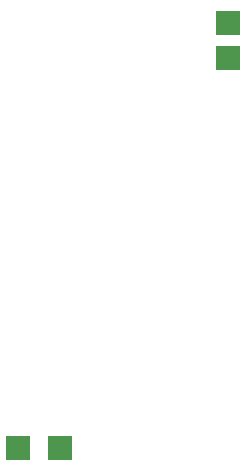
<source format=gbr>
%TF.GenerationSoftware,KiCad,Pcbnew,9.0.2*%
%TF.CreationDate,2025-05-23T14:51:07+09:00*%
%TF.ProjectId,__,78912e6b-6963-4616-945f-706362585858,rev?*%
%TF.SameCoordinates,Original*%
%TF.FileFunction,Paste,Bot*%
%TF.FilePolarity,Positive*%
%FSLAX46Y46*%
G04 Gerber Fmt 4.6, Leading zero omitted, Abs format (unit mm)*
G04 Created by KiCad (PCBNEW 9.0.2) date 2025-05-23 14:51:07*
%MOMM*%
%LPD*%
G01*
G04 APERTURE LIST*
%ADD10R,2.000000X2.000000*%
G04 APERTURE END LIST*
D10*
%TO.C,REF\u002A\u002A*%
X52400000Y-19480000D03*
%TD*%
%TO.C,DC/DC Converter*%
X34600000Y-52480000D03*
%TD*%
%TO.C,REF\u002A\u002A*%
X52400000Y-16480000D03*
%TD*%
%TO.C,REF\u002A\u002A*%
X38200000Y-52480000D03*
%TD*%
M02*

</source>
